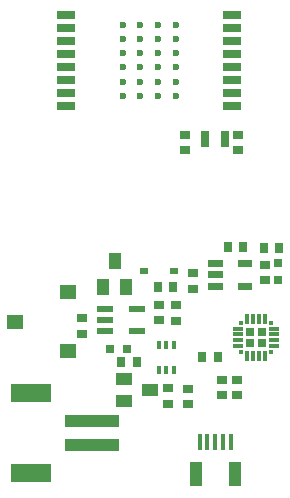
<source format=gbr>
G04 EAGLE Gerber RS-274X export*
G75*
%MOMM*%
%FSLAX34Y34*%
%LPD*%
%INSolderpaste Top*%
%IPPOS*%
%AMOC8*
5,1,8,0,0,1.08239X$1,22.5*%
G01*
%ADD10R,1.500000X0.700000*%
%ADD11C,0.600000*%
%ADD12C,0.088500*%
%ADD13R,0.700000X1.400000*%
%ADD14R,0.900000X0.700000*%
%ADD15R,0.400000X1.350000*%
%ADD16R,1.100000X2.100000*%
%ADD17R,4.600000X1.000000*%
%ADD18R,3.400000X1.600000*%
%ADD19R,1.320800X0.558800*%
%ADD20R,0.800000X0.600000*%
%ADD21R,1.400000X1.000000*%
%ADD22R,1.000000X1.400000*%
%ADD23R,0.355600X0.787400*%
%ADD24R,0.800000X0.800000*%
%ADD25R,0.700000X0.900000*%
%ADD26R,1.400000X1.200000*%
%ADD27R,0.750000X0.750000*%
%ADD28R,0.300000X0.300000*%
%ADD29R,0.900000X0.300000*%
%ADD30R,0.300000X0.900000*%


D10*
X120500Y112140D03*
X120500Y101140D03*
X120500Y90140D03*
X120500Y79140D03*
X120500Y68140D03*
X120500Y57140D03*
X120500Y46140D03*
X120500Y35140D03*
X260500Y35140D03*
X260500Y46140D03*
X260500Y57140D03*
X260500Y68140D03*
X260500Y79140D03*
X260500Y90140D03*
X260500Y101140D03*
X260500Y112140D03*
D11*
X168000Y104140D03*
X183000Y104140D03*
X198000Y104140D03*
X213000Y104140D03*
X168000Y92140D03*
X183000Y92140D03*
X198000Y92140D03*
X213000Y92140D03*
X168000Y80140D03*
X183000Y80140D03*
X198000Y80140D03*
X213000Y80140D03*
X168000Y68140D03*
X183000Y68140D03*
X198000Y68140D03*
X213000Y68140D03*
X168000Y56140D03*
X183000Y56140D03*
X198000Y56140D03*
X213000Y56140D03*
X168000Y44140D03*
X183000Y44140D03*
X198000Y44140D03*
X213000Y44140D03*
D12*
X240668Y-95180D02*
X240668Y-100196D01*
X240668Y-95180D02*
X251884Y-95180D01*
X251884Y-100196D01*
X240668Y-100196D01*
X240668Y-99355D02*
X251884Y-99355D01*
X251884Y-98514D02*
X240668Y-98514D01*
X240668Y-97673D02*
X251884Y-97673D01*
X251884Y-96832D02*
X240668Y-96832D01*
X240668Y-95991D02*
X251884Y-95991D01*
X265768Y-114180D02*
X265768Y-119196D01*
X265768Y-114180D02*
X276984Y-114180D01*
X276984Y-119196D01*
X265768Y-119196D01*
X265768Y-118355D02*
X276984Y-118355D01*
X276984Y-117514D02*
X265768Y-117514D01*
X265768Y-116673D02*
X276984Y-116673D01*
X276984Y-115832D02*
X265768Y-115832D01*
X265768Y-114991D02*
X276984Y-114991D01*
X240668Y-109696D02*
X240668Y-104680D01*
X251884Y-104680D01*
X251884Y-109696D01*
X240668Y-109696D01*
X240668Y-108855D02*
X251884Y-108855D01*
X251884Y-108014D02*
X240668Y-108014D01*
X240668Y-107173D02*
X251884Y-107173D01*
X251884Y-106332D02*
X240668Y-106332D01*
X240668Y-105491D02*
X251884Y-105491D01*
X240668Y-114180D02*
X240668Y-119196D01*
X240668Y-114180D02*
X251884Y-114180D01*
X251884Y-119196D01*
X240668Y-119196D01*
X240668Y-118355D02*
X251884Y-118355D01*
X251884Y-117514D02*
X240668Y-117514D01*
X240668Y-116673D02*
X251884Y-116673D01*
X251884Y-115832D02*
X240668Y-115832D01*
X240668Y-114991D02*
X251884Y-114991D01*
X265768Y-100196D02*
X265768Y-95180D01*
X276984Y-95180D01*
X276984Y-100196D01*
X265768Y-100196D01*
X265768Y-99355D02*
X276984Y-99355D01*
X276984Y-98514D02*
X265768Y-98514D01*
X265768Y-97673D02*
X276984Y-97673D01*
X276984Y-96832D02*
X265768Y-96832D01*
X265768Y-95991D02*
X276984Y-95991D01*
D13*
X238134Y7366D03*
X255134Y7366D03*
D14*
X220980Y-1928D03*
X220980Y11072D03*
X265938Y-2182D03*
X265938Y10818D03*
D15*
X233380Y-249164D03*
X239880Y-249164D03*
X246380Y-249164D03*
X252880Y-249164D03*
X259380Y-249164D03*
D16*
X229880Y-275914D03*
X262880Y-275914D03*
D17*
X142156Y-251554D03*
X142156Y-231554D03*
D18*
X90156Y-275554D03*
X90156Y-207554D03*
D14*
X288544Y-112164D03*
X288544Y-99164D03*
X227838Y-119276D03*
X227838Y-106276D03*
D19*
X152908Y-136144D03*
X152908Y-145542D03*
X152908Y-154940D03*
X180340Y-154940D03*
X180340Y-136144D03*
D20*
X211128Y-104648D03*
X186128Y-104648D03*
D21*
X191594Y-204978D03*
X169594Y-214478D03*
X169594Y-195478D03*
D22*
X161290Y-95426D03*
X170790Y-117426D03*
X151790Y-117426D03*
D23*
X198478Y-188468D03*
X204978Y-188468D03*
X211478Y-188468D03*
X211478Y-167132D03*
X204978Y-167132D03*
X198478Y-167132D03*
D24*
X172092Y-170434D03*
X157092Y-170434D03*
X299974Y-112148D03*
X299974Y-97148D03*
D25*
X179982Y-181610D03*
X166982Y-181610D03*
X300378Y-84836D03*
X287378Y-84836D03*
D14*
X206502Y-216558D03*
X206502Y-203558D03*
X223520Y-203812D03*
X223520Y-216812D03*
X198628Y-132946D03*
X198628Y-145946D03*
X212852Y-146454D03*
X212852Y-133454D03*
D26*
X122068Y-172066D03*
X77068Y-147066D03*
X122068Y-122066D03*
D25*
X256898Y-83820D03*
X269898Y-83820D03*
D14*
X133604Y-144376D03*
X133604Y-157376D03*
D25*
X210970Y-118110D03*
X197970Y-118110D03*
D27*
X285674Y-165278D03*
X276174Y-155778D03*
X285674Y-155778D03*
X276174Y-165278D03*
D28*
X268424Y-148028D03*
D29*
X265424Y-153028D03*
X265424Y-158028D03*
X265424Y-163028D03*
X265424Y-168028D03*
D28*
X268424Y-173028D03*
D30*
X273424Y-176028D03*
X278424Y-176028D03*
X283424Y-176028D03*
X288424Y-176028D03*
D28*
X293424Y-173028D03*
D29*
X296424Y-168028D03*
X296424Y-163028D03*
X296424Y-158028D03*
X296424Y-153028D03*
D28*
X293424Y-148028D03*
D30*
X288424Y-145028D03*
X283424Y-145028D03*
X278424Y-145028D03*
X273424Y-145028D03*
D14*
X252222Y-209446D03*
X252222Y-196446D03*
X264668Y-209446D03*
X264668Y-196446D03*
D25*
X235562Y-176784D03*
X248562Y-176784D03*
M02*

</source>
